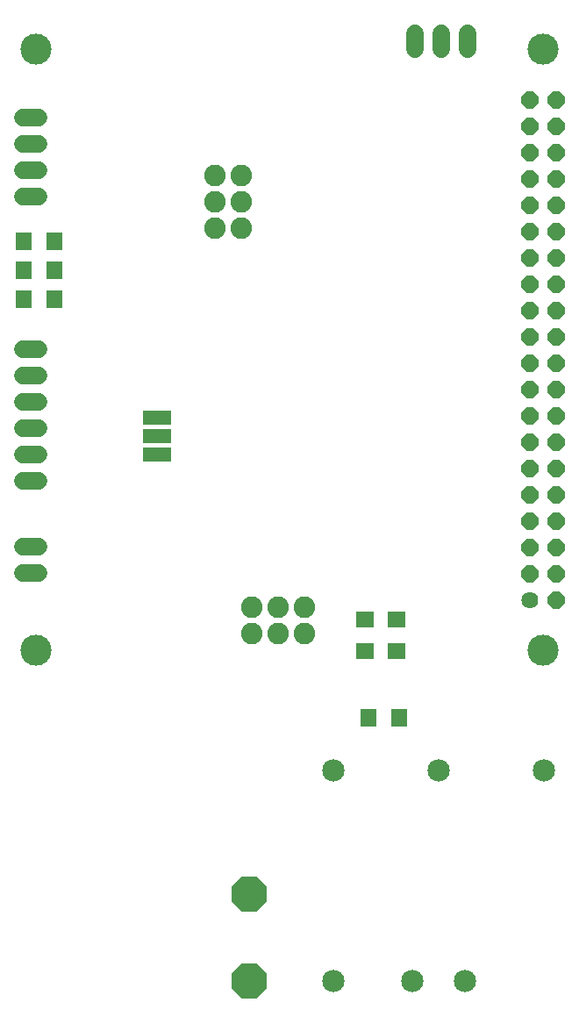
<source format=gbr>
G04 EAGLE Gerber RS-274X export*
G75*
%MOMM*%
%FSLAX34Y34*%
%LPD*%
%INSoldermask Bottom*%
%IPPOS*%
%AMOC8*
5,1,8,0,0,1.08239X$1,22.5*%
G01*
%ADD10C,1.625600*%
%ADD11P,1.759533X8X112.500000*%
%ADD12C,3.003200*%
%ADD13C,2.082800*%
%ADD14C,1.727200*%
%ADD15C,2.153200*%
%ADD16P,3.656530X8X202.500000*%
%ADD17R,1.603200X1.803200*%
%ADD18R,1.803200X1.603200*%
%ADD19R,2.743200X1.473200*%


D10*
X657300Y458700D03*
D11*
X682700Y458700D03*
X657300Y484100D03*
X682700Y484100D03*
X657300Y509500D03*
X682700Y509500D03*
X657300Y534900D03*
X682700Y534900D03*
X657300Y560300D03*
X682700Y560300D03*
X657300Y585700D03*
X682700Y585700D03*
X657300Y611100D03*
X682700Y611100D03*
X657300Y636500D03*
X682700Y636500D03*
X657300Y661900D03*
X682700Y661900D03*
X657300Y687300D03*
X682700Y687300D03*
X657300Y712700D03*
X682700Y712700D03*
X657300Y738100D03*
X682700Y738100D03*
X657300Y763500D03*
X682700Y763500D03*
X657300Y788900D03*
X682700Y788900D03*
X657300Y814300D03*
X682700Y814300D03*
X657300Y839700D03*
X682700Y839700D03*
X657300Y865100D03*
X682700Y865100D03*
X657300Y890500D03*
X682700Y890500D03*
X657300Y915900D03*
X682700Y915900D03*
X657300Y941300D03*
X682700Y941300D03*
D12*
X180000Y410000D03*
X670000Y410000D03*
X180000Y990000D03*
X670000Y990000D03*
D13*
X378460Y868680D03*
X353060Y868680D03*
X378460Y843280D03*
X353060Y843280D03*
X378460Y817880D03*
X353060Y817880D03*
X388620Y452120D03*
X388620Y426720D03*
X414020Y452120D03*
X414020Y426720D03*
X439420Y452120D03*
X439420Y426720D03*
D14*
X182880Y701040D02*
X167640Y701040D01*
X167640Y675640D02*
X182880Y675640D01*
X182880Y650240D02*
X167640Y650240D01*
X167640Y624840D02*
X182880Y624840D01*
X182880Y599440D02*
X167640Y599440D01*
X167640Y574040D02*
X182880Y574040D01*
X546100Y990600D02*
X546100Y1005840D01*
X571500Y1005840D02*
X571500Y990600D01*
X596900Y990600D02*
X596900Y1005840D01*
X182880Y924560D02*
X167640Y924560D01*
X167640Y899160D02*
X182880Y899160D01*
X182880Y873760D02*
X167640Y873760D01*
X167640Y848360D02*
X182880Y848360D01*
X182880Y485140D02*
X167640Y485140D01*
X167640Y510540D02*
X182880Y510540D01*
D15*
X594360Y91440D03*
X543560Y91440D03*
X670560Y294640D03*
X568960Y294640D03*
X467360Y294640D03*
X467360Y91440D03*
D16*
X386080Y175260D03*
X386080Y91440D03*
D17*
X168340Y805180D03*
X198340Y805180D03*
X168340Y777240D03*
X198340Y777240D03*
X168340Y749300D03*
X198340Y749300D03*
D18*
X497840Y409640D03*
X497840Y439640D03*
X528320Y409640D03*
X528320Y439640D03*
D19*
X297180Y599440D03*
X297180Y617220D03*
X297180Y635000D03*
D17*
X501080Y345440D03*
X531080Y345440D03*
M02*

</source>
